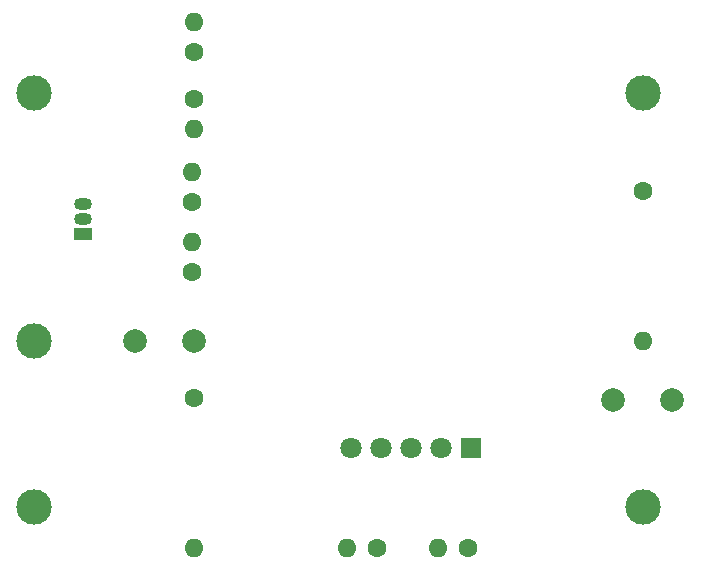
<source format=gbr>
%TF.GenerationSoftware,KiCad,Pcbnew,8.0.5*%
%TF.CreationDate,2024-10-10T08:50:52-05:00*%
%TF.ProjectId,Block-JAN6418,426c6f63-6b2d-44a4-914e-363431382e6b,rev?*%
%TF.SameCoordinates,Original*%
%TF.FileFunction,Copper,L1,Top*%
%TF.FilePolarity,Positive*%
%FSLAX46Y46*%
G04 Gerber Fmt 4.6, Leading zero omitted, Abs format (unit mm)*
G04 Created by KiCad (PCBNEW 8.0.5) date 2024-10-10 08:50:52*
%MOMM*%
%LPD*%
G01*
G04 APERTURE LIST*
%TA.AperFunction,ComponentPad*%
%ADD10C,3.000000*%
%TD*%
%TA.AperFunction,ComponentPad*%
%ADD11C,1.600000*%
%TD*%
%TA.AperFunction,ComponentPad*%
%ADD12O,1.600000X1.600000*%
%TD*%
%TA.AperFunction,ComponentPad*%
%ADD13R,1.800000X1.800000*%
%TD*%
%TA.AperFunction,ComponentPad*%
%ADD14C,1.800000*%
%TD*%
%TA.AperFunction,ComponentPad*%
%ADD15C,2.000000*%
%TD*%
%TA.AperFunction,ComponentPad*%
%ADD16R,1.500000X1.050000*%
%TD*%
%TA.AperFunction,ComponentPad*%
%ADD17O,1.500000X1.050000*%
%TD*%
G04 APERTURE END LIST*
D10*
%TO.P,J1,1,Pin_1*%
%TO.N,Net-(J1-Pin_1)*%
X108500000Y-50000000D03*
%TD*%
%TO.P,J3,1,Pin_1*%
%TO.N,Net-(J3-Pin_1)*%
X57000000Y-71000000D03*
%TD*%
D11*
%TO.P,R4,1*%
%TO.N,Net-(U1A-P)*%
X93710000Y-88500000D03*
D12*
%TO.P,R4,2*%
%TO.N,Net-(U1A-G2)*%
X91170000Y-88500000D03*
%TD*%
D13*
%TO.P,U1,1,P*%
%TO.N,Net-(U1A-P)*%
X94000000Y-80080000D03*
D14*
%TO.P,U1,2,G2*%
%TO.N,Net-(U1A-G2)*%
X91460000Y-80080000D03*
%TO.P,U1,3,F+\u002CG3*%
%TO.N,Net-(U2-VO)*%
X88920000Y-80080000D03*
%TO.P,U1,4,G1*%
%TO.N,Net-(U1A-G1)*%
X86380000Y-80080000D03*
%TO.P,U1,5,F+\u002CG3*%
%TO.N,GND*%
X83840000Y-80080000D03*
%TD*%
D10*
%TO.P,J5,1,Pin_1*%
%TO.N,Net-(J5-Pin_1)*%
X57000000Y-50000000D03*
%TD*%
D11*
%TO.P,R7,1*%
%TO.N,Net-(U2-ADJ)*%
X70350000Y-59210000D03*
D12*
%TO.P,R7,2*%
%TO.N,Net-(U2-VO)*%
X70350000Y-56670000D03*
%TD*%
D15*
%TO.P,C2,2*%
%TO.N,Net-(U1A-G1)*%
X70500000Y-71000000D03*
%TO.P,C2,1*%
%TO.N,Net-(J3-Pin_1)*%
X65500000Y-71000000D03*
%TD*%
D10*
%TO.P,J4,1,Pin_1*%
%TO.N,Net-(J4-Pin_1)*%
X108500000Y-85000000D03*
%TD*%
D15*
%TO.P,C1,1*%
%TO.N,Net-(U1A-P)*%
X106000000Y-76000000D03*
%TO.P,C1,2*%
%TO.N,Net-(J4-Pin_1)*%
X111000000Y-76000000D03*
%TD*%
D11*
%TO.P,R8,1*%
%TO.N,GND*%
X70350000Y-65150000D03*
D12*
%TO.P,R8,2*%
%TO.N,Net-(U2-ADJ)*%
X70350000Y-62610000D03*
%TD*%
D10*
%TO.P,J2,1,Pin_1*%
%TO.N,GND*%
X57000000Y-85000000D03*
%TD*%
D11*
%TO.P,R5,1*%
%TO.N,Net-(U1A-G2)*%
X86040000Y-88500000D03*
D12*
%TO.P,R5,2*%
%TO.N,GND*%
X83500000Y-88500000D03*
%TD*%
D16*
%TO.P,U2,1,ADJ*%
%TO.N,Net-(U2-ADJ)*%
X61150000Y-61920000D03*
D17*
%TO.P,U2,2,VO*%
%TO.N,Net-(U2-VO)*%
X61150000Y-60650000D03*
%TO.P,U2,3,VI*%
%TO.N,Net-(J5-Pin_1)*%
X61150000Y-59380000D03*
%TD*%
D11*
%TO.P,R1,1*%
%TO.N,Net-(R1-Pad1)*%
X70500000Y-46545000D03*
D12*
%TO.P,R1,2*%
%TO.N,Net-(J5-Pin_1)*%
X70500000Y-44005000D03*
%TD*%
%TO.P,R6,2*%
%TO.N,GND*%
X70500000Y-88500000D03*
D11*
%TO.P,R6,1*%
%TO.N,Net-(U1A-G1)*%
X70500000Y-75800000D03*
%TD*%
%TO.P,R2,1*%
%TO.N,Net-(R1-Pad1)*%
X70500000Y-50460000D03*
D12*
%TO.P,R2,2*%
%TO.N,Net-(U2-VO)*%
X70500000Y-53000000D03*
%TD*%
D11*
%TO.P,R3,1*%
%TO.N,Net-(J1-Pin_1)*%
X108500000Y-58300000D03*
D12*
%TO.P,R3,2*%
%TO.N,Net-(U1A-P)*%
X108500000Y-71000000D03*
%TD*%
M02*

</source>
